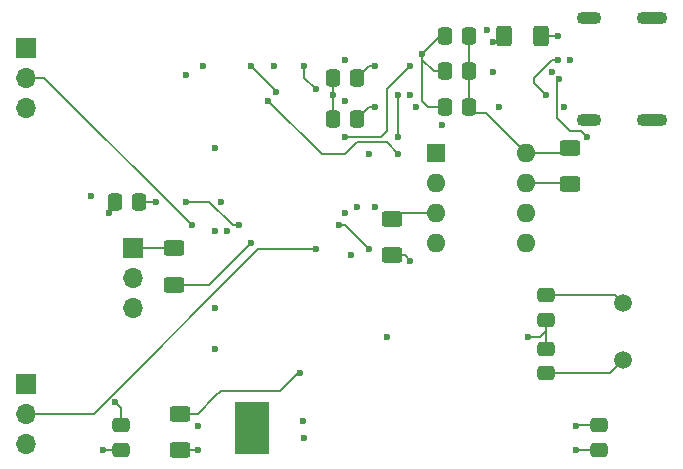
<source format=gbr>
%TF.GenerationSoftware,KiCad,Pcbnew,8.0.6*%
%TF.CreationDate,2025-05-31T11:47:02-05:00*%
%TF.ProjectId,TPS_Calibration_Board,5450535f-4361-46c6-9962-726174696f6e,rev?*%
%TF.SameCoordinates,Original*%
%TF.FileFunction,Copper,L4,Bot*%
%TF.FilePolarity,Positive*%
%FSLAX46Y46*%
G04 Gerber Fmt 4.6, Leading zero omitted, Abs format (unit mm)*
G04 Created by KiCad (PCBNEW 8.0.6) date 2025-05-31 11:47:02*
%MOMM*%
%LPD*%
G01*
G04 APERTURE LIST*
G04 Aperture macros list*
%AMRoundRect*
0 Rectangle with rounded corners*
0 $1 Rounding radius*
0 $2 $3 $4 $5 $6 $7 $8 $9 X,Y pos of 4 corners*
0 Add a 4 corners polygon primitive as box body*
4,1,4,$2,$3,$4,$5,$6,$7,$8,$9,$2,$3,0*
0 Add four circle primitives for the rounded corners*
1,1,$1+$1,$2,$3*
1,1,$1+$1,$4,$5*
1,1,$1+$1,$6,$7*
1,1,$1+$1,$8,$9*
0 Add four rect primitives between the rounded corners*
20,1,$1+$1,$2,$3,$4,$5,0*
20,1,$1+$1,$4,$5,$6,$7,0*
20,1,$1+$1,$6,$7,$8,$9,0*
20,1,$1+$1,$8,$9,$2,$3,0*%
G04 Aperture macros list end*
%TA.AperFunction,ComponentPad*%
%ADD10R,1.600000X1.600000*%
%TD*%
%TA.AperFunction,ComponentPad*%
%ADD11O,1.600000X1.600000*%
%TD*%
%TA.AperFunction,ComponentPad*%
%ADD12C,1.500000*%
%TD*%
%TA.AperFunction,SMDPad,CuDef*%
%ADD13RoundRect,0.250000X-0.625000X0.400000X-0.625000X-0.400000X0.625000X-0.400000X0.625000X0.400000X0*%
%TD*%
%TA.AperFunction,SMDPad,CuDef*%
%ADD14RoundRect,0.250000X0.400000X0.625000X-0.400000X0.625000X-0.400000X-0.625000X0.400000X-0.625000X0*%
%TD*%
%TA.AperFunction,ComponentPad*%
%ADD15O,2.600000X1.100000*%
%TD*%
%TA.AperFunction,ComponentPad*%
%ADD16O,2.100000X1.100000*%
%TD*%
%TA.AperFunction,ComponentPad*%
%ADD17R,1.700000X1.700000*%
%TD*%
%TA.AperFunction,ComponentPad*%
%ADD18O,1.700000X1.700000*%
%TD*%
%TA.AperFunction,SMDPad,CuDef*%
%ADD19RoundRect,0.250000X-0.475000X0.337500X-0.475000X-0.337500X0.475000X-0.337500X0.475000X0.337500X0*%
%TD*%
%TA.AperFunction,SMDPad,CuDef*%
%ADD20RoundRect,0.250000X0.337500X0.475000X-0.337500X0.475000X-0.337500X-0.475000X0.337500X-0.475000X0*%
%TD*%
%TA.AperFunction,SMDPad,CuDef*%
%ADD21RoundRect,0.250000X-0.337500X-0.475000X0.337500X-0.475000X0.337500X0.475000X-0.337500X0.475000X0*%
%TD*%
%TA.AperFunction,SMDPad,CuDef*%
%ADD22RoundRect,0.250000X0.475000X-0.337500X0.475000X0.337500X-0.475000X0.337500X-0.475000X-0.337500X0*%
%TD*%
%TA.AperFunction,ComponentPad*%
%ADD23C,0.600000*%
%TD*%
%TA.AperFunction,SMDPad,CuDef*%
%ADD24R,2.950000X4.500000*%
%TD*%
%TA.AperFunction,ViaPad*%
%ADD25C,0.600000*%
%TD*%
%TA.AperFunction,Conductor*%
%ADD26C,0.200000*%
%TD*%
G04 APERTURE END LIST*
D10*
%TO.P,U1,1,~{CS}*%
%TO.N,EEPROM_CS*%
X176200000Y-96130000D03*
D11*
%TO.P,U1,2,MISO*%
%TO.N,EEPROM_MISO*%
X176200000Y-98670000D03*
%TO.P,U1,3,~{WP}*%
%TO.N,Net-(U1-~{WP})*%
X176200000Y-101210000D03*
%TO.P,U1,4,GND*%
%TO.N,GND*%
X176200000Y-103750000D03*
%TO.P,U1,5,MOSI*%
%TO.N,EEPROM_MOSI*%
X183820000Y-103750000D03*
%TO.P,U1,6,SCK*%
%TO.N,EEPROM_SCK*%
X183820000Y-101210000D03*
%TO.P,U1,7,~{HOLD}*%
%TO.N,Net-(U1-~{HOLD})*%
X183820000Y-98670000D03*
%TO.P,U1,8,VCC*%
%TO.N,+3.3V*%
X183820000Y-96130000D03*
%TD*%
D12*
%TO.P,Y1,1*%
%TO.N,Net-(U2-PF1)*%
X192000000Y-108800000D03*
%TO.P,Y1,2*%
%TO.N,Net-(U2-PF0)*%
X192000000Y-113680000D03*
%TD*%
D13*
%TO.P,R12,2*%
%TO.N,GND*%
X154500000Y-121300000D03*
%TO.P,R12,1*%
%TO.N,Net-(R11-Pad1)*%
X154500000Y-118200000D03*
%TD*%
D14*
%TO.P,R6,1*%
%TO.N,GND*%
X185050000Y-86250000D03*
%TO.P,R6,2*%
%TO.N,USB_SENSE*%
X181950000Y-86250000D03*
%TD*%
D13*
%TO.P,R3,1*%
%TO.N,/BOOT0*%
X154000000Y-104200000D03*
%TO.P,R3,2*%
%TO.N,GND*%
X154000000Y-107300000D03*
%TD*%
%TO.P,R2,1*%
%TO.N,Net-(U1-~{WP})*%
X172500000Y-101700000D03*
%TO.P,R2,2*%
%TO.N,GND*%
X172500000Y-104800000D03*
%TD*%
%TO.P,R1,1*%
%TO.N,+3.3V*%
X187500000Y-95700000D03*
%TO.P,R1,2*%
%TO.N,Net-(U1-~{HOLD})*%
X187500000Y-98800000D03*
%TD*%
D15*
%TO.P,P1,S1,SHIELD*%
%TO.N,GND*%
X194470000Y-84680000D03*
D16*
X189110000Y-84680000D03*
D15*
X194470000Y-93320000D03*
D16*
X189110000Y-93320000D03*
%TD*%
D17*
%TO.P,JP1,1,A*%
%TO.N,/BOOT0*%
X150500000Y-104210000D03*
D18*
%TO.P,JP1,2,B*%
%TO.N,+3.3V*%
X150500000Y-106750000D03*
%TO.P,JP1,3*%
%TO.N,N/C*%
X150500000Y-109290000D03*
%TD*%
D17*
%TO.P,J2,1,Pin_1*%
%TO.N,+5V*%
X141500000Y-87225000D03*
D18*
%TO.P,J2,2,Pin_2*%
%TO.N,SIG_IN*%
X141500000Y-89765000D03*
%TO.P,J2,3,Pin_3*%
%TO.N,GND*%
X141500000Y-92305000D03*
%TD*%
D17*
%TO.P,J1,1,Pin_1*%
%TO.N,+5V*%
X141500000Y-115670000D03*
D18*
%TO.P,J1,2,Pin_2*%
%TO.N,SIG_OUT*%
X141500000Y-118210000D03*
%TO.P,J1,3,Pin_3*%
%TO.N,GND*%
X141500000Y-120750000D03*
%TD*%
D19*
%TO.P,C16,2*%
%TO.N,GND*%
X190000000Y-121250000D03*
%TO.P,C16,1*%
%TO.N,+3.3V*%
X190000000Y-119175000D03*
%TD*%
D20*
%TO.P,C15,1*%
%TO.N,Net-(U3-USBDM)*%
X169537500Y-89750000D03*
%TO.P,C15,2*%
%TO.N,GND*%
X167462500Y-89750000D03*
%TD*%
%TO.P,C14,1*%
%TO.N,Net-(U3-USBDP)*%
X169537500Y-93250000D03*
%TO.P,C14,2*%
%TO.N,GND*%
X167462500Y-93250000D03*
%TD*%
%TO.P,C11,2*%
%TO.N,Net-(U3-VCC)*%
X176925000Y-92250000D03*
%TO.P,C11,1*%
%TO.N,+3.3V*%
X179000000Y-92250000D03*
%TD*%
%TO.P,C10,1*%
%TO.N,+3.3V*%
X179000000Y-89240000D03*
%TO.P,C10,2*%
%TO.N,Net-(U3-VCC)*%
X176925000Y-89240000D03*
%TD*%
%TO.P,C9,1*%
%TO.N,+3.3V*%
X179000000Y-86230000D03*
%TO.P,C9,2*%
%TO.N,Net-(U3-VCC)*%
X176925000Y-86230000D03*
%TD*%
D19*
%TO.P,C3,1*%
%TO.N,Net-(U2-PF1)*%
X185500000Y-108175000D03*
%TO.P,C3,2*%
%TO.N,GND*%
X185500000Y-110250000D03*
%TD*%
D21*
%TO.P,C2,2*%
%TO.N,NRST*%
X151075000Y-100250000D03*
%TO.P,C2,1*%
%TO.N,GND*%
X149000000Y-100250000D03*
%TD*%
D22*
%TO.P,C1,1*%
%TO.N,Net-(U2-PF0)*%
X185500000Y-114787500D03*
%TO.P,C1,2*%
%TO.N,GND*%
X185500000Y-112712500D03*
%TD*%
D23*
%TO.P,U4,9,GNDPAD*%
%TO.N,GND*%
X160000000Y-117650000D03*
X160000000Y-118850000D03*
X160000000Y-120150000D03*
X160000000Y-121250000D03*
D24*
X160600000Y-119450000D03*
D23*
X161200000Y-117650000D03*
X161200000Y-118850000D03*
X161200000Y-120150000D03*
X161200000Y-121250000D03*
%TD*%
D19*
%TO.P,C8,2*%
%TO.N,GND*%
X149500000Y-121287500D03*
%TO.P,C8,1*%
%TO.N,+5V*%
X149500000Y-119212500D03*
%TD*%
D25*
%TO.N,GND*%
X155000000Y-89500000D03*
X167500000Y-91250000D03*
%TO.N,Net-(U3-USBDM)*%
X171000000Y-88750000D03*
%TO.N,Net-(U3-USBDP)*%
X171000000Y-92250000D03*
%TO.N,UART_RX*%
X174000000Y-88750000D03*
%TO.N,UART_TX*%
X172977473Y-91251214D03*
X172978462Y-94782438D03*
%TO.N,UART_RX*%
X168500000Y-94750000D03*
%TO.N,GND*%
X174000000Y-91250000D03*
%TO.N,Net-(U3-USBDM)*%
X176709038Y-93760713D03*
X174500000Y-92250000D03*
%TO.N,Net-(P1-D+)*%
X168500000Y-91750000D03*
%TO.N,Net-(P1-D-)*%
X168500000Y-88250000D03*
%TO.N,GND*%
X148500000Y-101250000D03*
%TO.N,NRST*%
X152500000Y-100250000D03*
%TO.N,Net-(P1-D-)*%
X187500000Y-88250000D03*
%TO.N,Net-(P1-D+)*%
X186000000Y-89250000D03*
%TO.N,Net-(P1-VCONN)*%
X186500000Y-88250000D03*
X185500000Y-91250000D03*
%TO.N,Net-(P1-CC)*%
X189000000Y-94750000D03*
X186635709Y-89900000D03*
%TO.N,GND*%
X187000000Y-92250000D03*
X186500000Y-86250000D03*
%TO.N,USB_SENSE*%
X181000000Y-86750000D03*
%TO.N,GND*%
X181500000Y-92250000D03*
%TO.N,Net-(U3-VCC)*%
X175000000Y-87750000D03*
X181000000Y-89250000D03*
%TO.N,GND*%
X180500000Y-85750000D03*
%TO.N,EEPROM_CS*%
X173000000Y-96250000D03*
X162000000Y-91750000D03*
%TO.N,EEPROM_MOSI*%
X168000000Y-102250000D03*
X170500000Y-104250000D03*
%TO.N,GND*%
X174000000Y-105250000D03*
%TO.N,+5V*%
X147000000Y-99750000D03*
%TO.N,/SWDIO*%
X165000000Y-88750000D03*
X166000000Y-90750000D03*
%TO.N,/SWCLK*%
X162603179Y-90947313D03*
X160500000Y-88750000D03*
%TO.N,+3.3V*%
X157500000Y-109250000D03*
X156500000Y-88750000D03*
%TO.N,GND*%
X162500000Y-88750000D03*
%TO.N,SIG_OUT*%
X166000000Y-104250000D03*
%TO.N,SIG_IN*%
X155500000Y-102250000D03*
%TO.N,NRST*%
X159500000Y-102250000D03*
X155000000Y-100250000D03*
%TO.N,GND*%
X157500000Y-95750000D03*
%TO.N,Net-(U2-PF0)*%
X157500000Y-102750000D03*
%TO.N,Net-(U2-PF1)*%
X158500000Y-102750000D03*
%TO.N,GND*%
X184000000Y-111750000D03*
X160500000Y-103750000D03*
X171000000Y-100750000D03*
X168500000Y-101250000D03*
%TO.N,Net-(U2-VDDA)*%
X170500000Y-96250000D03*
X158000000Y-100250000D03*
X169500000Y-100750000D03*
X169000000Y-104750000D03*
%TO.N,+3.3V*%
X188000000Y-119250000D03*
%TO.N,GND*%
X188000000Y-121250000D03*
X156000000Y-121250000D03*
X157500000Y-112750000D03*
X172000000Y-111750000D03*
X165000000Y-120250000D03*
%TO.N,Net-(R11-Pad1)*%
X164693487Y-114764784D03*
%TO.N,Net-(Q1-S)*%
X156000000Y-119250000D03*
X164935000Y-118815000D03*
%TO.N,GND*%
X148000000Y-121250000D03*
%TO.N,+5V*%
X149000000Y-117250000D03*
%TD*%
D26*
%TO.N,GND*%
X167462500Y-91212500D02*
X167462500Y-89750000D01*
X167500000Y-91250000D02*
X167462500Y-91212500D01*
X167462500Y-91287500D02*
X167500000Y-91250000D01*
X167462500Y-93250000D02*
X167462500Y-91287500D01*
%TO.N,Net-(U3-USBDP)*%
X171000000Y-92250000D02*
X170537500Y-92250000D01*
X170537500Y-92250000D02*
X169537500Y-93250000D01*
%TO.N,Net-(U3-USBDM)*%
X171000000Y-88750000D02*
X170537500Y-88750000D01*
X170537500Y-88750000D02*
X169537500Y-89750000D01*
%TO.N,UART_RX*%
X168500000Y-94750000D02*
X171500000Y-94750000D01*
X171500000Y-94750000D02*
X172000000Y-94250000D01*
X172000000Y-94250000D02*
X172000000Y-90750000D01*
X172000000Y-90750000D02*
X174000000Y-88750000D01*
%TO.N,UART_TX*%
X172978462Y-94782438D02*
X172978462Y-91271538D01*
X172978462Y-91271538D02*
X173000000Y-91250000D01*
%TO.N,GND*%
X148500000Y-100750000D02*
X148500000Y-101250000D01*
X149000000Y-100250000D02*
X148500000Y-100750000D01*
%TO.N,NRST*%
X152500000Y-100250000D02*
X151075000Y-100250000D01*
%TO.N,Net-(P1-VCONN)*%
X185500000Y-91250000D02*
X184500000Y-90250000D01*
X184500000Y-90250000D02*
X184500000Y-89750000D01*
X184500000Y-89750000D02*
X186000000Y-88250000D01*
X186000000Y-88250000D02*
X186500000Y-88250000D01*
%TO.N,Net-(P1-CC)*%
X186400000Y-93150000D02*
X187500000Y-94250000D01*
X186635709Y-89900000D02*
X186400000Y-90135709D01*
X186400000Y-90135709D02*
X186400000Y-93150000D01*
X187500000Y-94250000D02*
X188500000Y-94250000D01*
X188500000Y-94250000D02*
X189000000Y-94750000D01*
%TO.N,GND*%
X186000000Y-86250000D02*
X186500000Y-86250000D01*
X185050000Y-86250000D02*
X186000000Y-86250000D01*
%TO.N,USB_SENSE*%
X181000000Y-86750000D02*
X181450000Y-86750000D01*
X181450000Y-86750000D02*
X181950000Y-86250000D01*
%TO.N,+3.3V*%
X179000000Y-92250000D02*
X179500000Y-92750000D01*
X179500000Y-92750000D02*
X180440000Y-92750000D01*
X180440000Y-92750000D02*
X183820000Y-96130000D01*
X179000000Y-86230000D02*
X179000000Y-89240000D01*
X179000000Y-92250000D02*
X179000000Y-89240000D01*
%TO.N,Net-(U3-VCC)*%
X175000000Y-91750000D02*
X175500000Y-92250000D01*
X175000000Y-88250000D02*
X175000000Y-91750000D01*
X175500000Y-92250000D02*
X176925000Y-92250000D01*
X175000000Y-87750000D02*
X175000000Y-88250000D01*
X175000000Y-88250000D02*
X175990000Y-89240000D01*
X175990000Y-89240000D02*
X176925000Y-89240000D01*
X175000000Y-87750000D02*
X176520000Y-86230000D01*
X176520000Y-86230000D02*
X176925000Y-86230000D01*
%TO.N,Net-(U2-PF0)*%
X185500000Y-114787500D02*
X190892500Y-114787500D01*
X190892500Y-114787500D02*
X192000000Y-113680000D01*
%TO.N,Net-(U2-PF1)*%
X185500000Y-108175000D02*
X191375000Y-108175000D01*
X191375000Y-108175000D02*
X192000000Y-108800000D01*
%TO.N,EEPROM_MOSI*%
X170500000Y-104250000D02*
X168500000Y-102250000D01*
X168500000Y-102250000D02*
X168000000Y-102250000D01*
%TO.N,+3.3V*%
X183820000Y-96130000D02*
X187570000Y-96130000D01*
X187570000Y-96130000D02*
X188000000Y-95700000D01*
%TO.N,Net-(U1-~{HOLD})*%
X183820000Y-98670000D02*
X187870000Y-98670000D01*
X187870000Y-98670000D02*
X188000000Y-98800000D01*
%TO.N,GND*%
X172500000Y-104800000D02*
X173550000Y-104800000D01*
X173550000Y-104800000D02*
X174000000Y-105250000D01*
%TO.N,Net-(U1-~{WP})*%
X176200000Y-101210000D02*
X172990000Y-101210000D01*
X172990000Y-101210000D02*
X172500000Y-101700000D01*
%TO.N,SIG_IN*%
X143015000Y-89765000D02*
X141500000Y-89765000D01*
%TO.N,SIG_OUT*%
X166000000Y-104250000D02*
X161151471Y-104250000D01*
X161151471Y-104250000D02*
X147191471Y-118210000D01*
X147191471Y-118210000D02*
X141500000Y-118210000D01*
%TO.N,/SWDIO*%
X165000000Y-89250000D02*
X165000000Y-88750000D01*
X165000000Y-89750000D02*
X165000000Y-89250000D01*
X166000000Y-90750000D02*
X165000000Y-89750000D01*
%TO.N,/SWCLK*%
X160500000Y-88750000D02*
X162500000Y-90750000D01*
%TO.N,NRST*%
X159000000Y-102250000D02*
X159500000Y-102250000D01*
X157000000Y-100250000D02*
X159000000Y-102250000D01*
X155000000Y-100250000D02*
X157000000Y-100250000D01*
%TO.N,GND*%
X154000000Y-107300000D02*
X156950000Y-107300000D01*
X156950000Y-107300000D02*
X160500000Y-103750000D01*
%TO.N,/BOOT0*%
X154000000Y-104200000D02*
X150510000Y-104200000D01*
X150510000Y-104200000D02*
X150500000Y-104210000D01*
%TO.N,GND*%
X185500000Y-111250000D02*
X185000000Y-111750000D01*
X185000000Y-111750000D02*
X184000000Y-111750000D01*
X185500000Y-112712500D02*
X185500000Y-111250000D01*
X185500000Y-111250000D02*
X185500000Y-110250000D01*
%TO.N,+3.3V*%
X188075000Y-119175000D02*
X188000000Y-119250000D01*
X190000000Y-119175000D02*
X188075000Y-119175000D01*
%TO.N,GND*%
X190000000Y-121250000D02*
X188000000Y-121250000D01*
X154500000Y-121300000D02*
X155950000Y-121300000D01*
X155950000Y-121300000D02*
X156000000Y-121250000D01*
%TO.N,Net-(R11-Pad1)*%
X163000000Y-116250000D02*
X164500000Y-114750000D01*
X156050000Y-118200000D02*
X157500000Y-116750000D01*
X154500000Y-118200000D02*
X156050000Y-118200000D01*
X157500000Y-116750000D02*
X158000000Y-116250000D01*
X158000000Y-116250000D02*
X163000000Y-116250000D01*
%TO.N,GND*%
X154500000Y-121300000D02*
X154500000Y-121625000D01*
X148037500Y-121287500D02*
X148000000Y-121250000D01*
X149500000Y-121287500D02*
X148037500Y-121287500D01*
%TO.N,+5V*%
X149000000Y-117250000D02*
X149500000Y-117750000D01*
X149500000Y-117750000D02*
X149500000Y-119212500D01*
%TO.N,SIG_IN*%
X155500000Y-102250000D02*
X143015000Y-89765000D01*
%TO.N,EEPROM_CS*%
X162000000Y-91750000D02*
X166500000Y-96250000D01*
X166500000Y-96250000D02*
X168500000Y-96250000D01*
X168500000Y-96250000D02*
X169500000Y-95250000D01*
X169500000Y-95250000D02*
X172000000Y-95250000D01*
X172000000Y-95250000D02*
X173000000Y-96250000D01*
%TD*%
M02*

</source>
